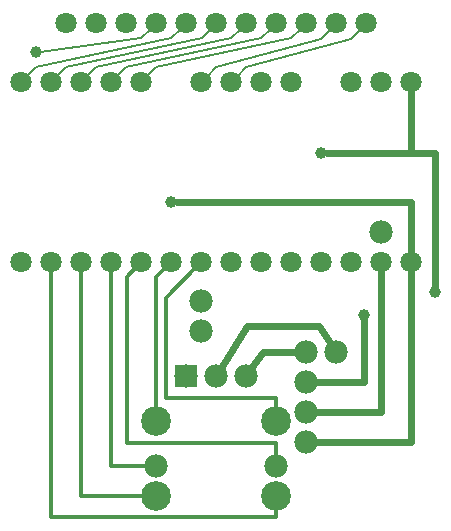
<source format=gbl>
G04 MADE WITH FRITZING*
G04 WWW.FRITZING.ORG*
G04 DOUBLE SIDED*
G04 HOLES PLATED*
G04 CONTOUR ON CENTER OF CONTOUR VECTOR*
%ASAXBY*%
%FSLAX23Y23*%
%MOIN*%
%OFA0B0*%
%SFA1.0B1.0*%
%ADD10C,0.078000*%
%ADD11C,0.039370*%
%ADD12C,0.070866*%
%ADD13C,0.099055*%
%ADD14R,0.078000X0.078000*%
%ADD15C,0.024000*%
%ADD16C,0.008000*%
%ADD17C,0.012000*%
%LNCOPPER0*%
G90*
G70*
G54D10*
X1399Y981D03*
G54D11*
X1578Y780D03*
X1341Y702D03*
X1200Y1242D03*
X700Y1081D03*
G54D12*
X1499Y1480D03*
X1399Y1480D03*
X1299Y1480D03*
X1100Y1479D03*
X1000Y1479D03*
X900Y1479D03*
X800Y1479D03*
X600Y1480D03*
X500Y1480D03*
X400Y1480D03*
X300Y1480D03*
X200Y1480D03*
X1500Y880D03*
X1400Y880D03*
X1300Y880D03*
X1200Y880D03*
X1100Y880D03*
X1000Y880D03*
X900Y880D03*
X800Y880D03*
X700Y880D03*
X600Y880D03*
X500Y880D03*
X400Y880D03*
X300Y880D03*
X200Y880D03*
G54D11*
X249Y1578D03*
G54D13*
X1050Y100D03*
X650Y100D03*
X650Y350D03*
G54D10*
X1050Y200D03*
G54D13*
X1050Y350D03*
G54D10*
X650Y200D03*
G54D12*
X350Y1675D03*
X450Y1675D03*
X550Y1675D03*
X650Y1675D03*
X750Y1675D03*
X850Y1675D03*
X950Y1675D03*
X1050Y1675D03*
X1150Y1675D03*
X1250Y1675D03*
X1350Y1675D03*
X350Y1675D03*
X450Y1675D03*
X550Y1675D03*
X650Y1675D03*
X750Y1675D03*
X850Y1675D03*
X950Y1675D03*
X1050Y1675D03*
X1150Y1675D03*
X1250Y1675D03*
X1350Y1675D03*
G54D10*
X800Y750D03*
X800Y650D03*
X1150Y580D03*
X1250Y580D03*
X1150Y280D03*
X1150Y380D03*
X1150Y480D03*
X750Y500D03*
X850Y500D03*
X950Y500D03*
G54D14*
X750Y500D03*
G54D15*
X1578Y1242D02*
X1578Y799D01*
D02*
X1219Y1242D02*
X1578Y1242D01*
G54D16*
D02*
X818Y1497D02*
X850Y1530D01*
D02*
X950Y1529D02*
X918Y1497D01*
G54D15*
D02*
X1499Y1449D02*
X1499Y1242D01*
G54D16*
D02*
X250Y1530D02*
X218Y1498D01*
D02*
X350Y1530D02*
X318Y1498D01*
D02*
X450Y1530D02*
X418Y1498D01*
D02*
X550Y1530D02*
X518Y1498D01*
D02*
X650Y1530D02*
X618Y1498D01*
G54D15*
D02*
X1500Y280D02*
X1180Y280D01*
D02*
X1500Y850D02*
X1500Y280D01*
D02*
X1400Y850D02*
X1400Y380D01*
D02*
X1400Y380D02*
X1180Y380D01*
D02*
X1341Y683D02*
X1341Y480D01*
D02*
X1341Y480D02*
X1180Y480D01*
G54D16*
D02*
X250Y1530D02*
X699Y1625D01*
D02*
X699Y1625D02*
X732Y1657D01*
D02*
X350Y1530D02*
X801Y1625D01*
D02*
X801Y1625D02*
X832Y1657D01*
D02*
X899Y1625D02*
X932Y1657D01*
D02*
X450Y1530D02*
X899Y1625D01*
G54D17*
D02*
X300Y31D02*
X300Y855D01*
D02*
X1050Y31D02*
X300Y31D01*
D02*
X1050Y65D02*
X1050Y31D01*
D02*
X400Y100D02*
X400Y855D01*
D02*
X626Y100D02*
X400Y100D01*
D02*
X500Y200D02*
X500Y855D01*
D02*
X625Y200D02*
X500Y200D01*
D02*
X551Y276D02*
X551Y830D01*
D02*
X551Y830D02*
X582Y862D01*
D02*
X1050Y276D02*
X551Y276D01*
D02*
X1050Y225D02*
X1050Y276D01*
D02*
X650Y375D02*
X650Y830D01*
D02*
X650Y830D02*
X682Y862D01*
D02*
X681Y425D02*
X681Y761D01*
D02*
X681Y761D02*
X782Y862D01*
D02*
X1050Y425D02*
X681Y425D01*
D02*
X1050Y385D02*
X1050Y425D01*
G54D16*
D02*
X263Y1580D02*
X600Y1625D01*
D02*
X600Y1625D02*
X632Y1657D01*
D02*
X550Y1530D02*
X1000Y1625D01*
D02*
X1000Y1625D02*
X1032Y1657D01*
D02*
X1099Y1625D02*
X650Y1530D01*
D02*
X1132Y1657D02*
X1099Y1625D01*
D02*
X1200Y1624D02*
X850Y1530D01*
D02*
X1232Y1657D02*
X1200Y1624D01*
D02*
X1300Y1624D02*
X950Y1529D01*
D02*
X1332Y1657D02*
X1300Y1624D01*
G54D15*
D02*
X1499Y1242D02*
X1219Y1242D01*
D02*
X1500Y1081D02*
X719Y1081D01*
D02*
X1500Y911D02*
X1500Y1081D01*
D02*
X1192Y667D02*
X952Y667D01*
D02*
X952Y667D02*
X866Y526D01*
D02*
X1233Y606D02*
X1192Y667D01*
D02*
X1004Y581D02*
X967Y525D01*
D02*
X1120Y580D02*
X1004Y581D01*
G04 End of Copper0*
M02*
</source>
